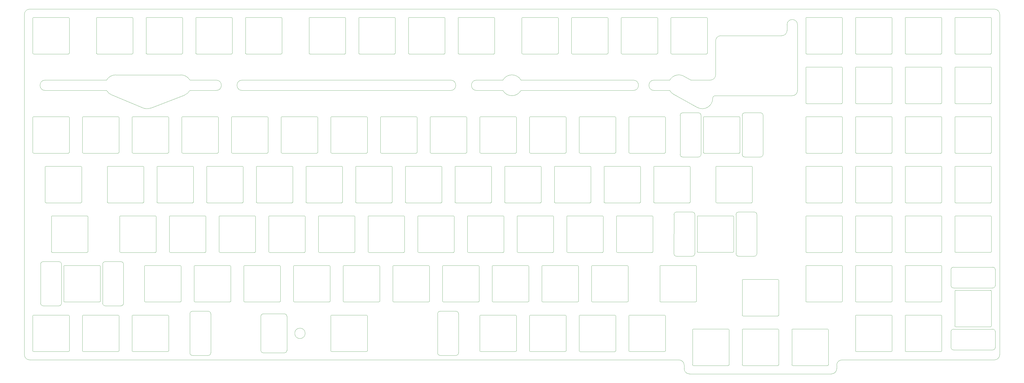
<source format=gbr>
G04 #@! TF.GenerationSoftware,KiCad,Pcbnew,(5.99.0-7511-ga134567838)*
G04 #@! TF.CreationDate,2021-01-07T19:50:22-08:00*
G04 #@! TF.ProjectId,gh80-1800_Plate,67683830-2d31-4383-9030-5f506c617465,rev?*
G04 #@! TF.SameCoordinates,Original*
G04 #@! TF.FileFunction,Profile,NP*
%FSLAX46Y46*%
G04 Gerber Fmt 4.6, Leading zero omitted, Abs format (unit mm)*
G04 Created by KiCad (PCBNEW (5.99.0-7511-ga134567838)) date 2021-01-07 19:50:22*
%MOMM*%
%LPD*%
G01*
G04 APERTURE LIST*
G04 #@! TA.AperFunction,Profile*
%ADD10C,0.000309*%
G04 #@! TD*
G04 APERTURE END LIST*
D10*
X370152956Y-92424727D02*
G75*
G02*
X369852957Y-92724726I-299999J0D01*
G01*
X154338888Y-97775366D02*
X140939365Y-97775366D01*
X28134515Y-97774466D02*
X14734992Y-97774466D01*
X78740739Y-2526556D02*
X65341216Y-2526556D01*
X202851491Y-73676215D02*
G75*
G02*
X202551491Y-73376215I0J300000D01*
G01*
X9672477Y-79026203D02*
X9672477Y-92426176D01*
X130526435Y-40626280D02*
X117126912Y-40626280D01*
X370651505Y-98401281D02*
G75*
G02*
X371651503Y-99401279I0J-999998D01*
G01*
X356152435Y-107600621D02*
G75*
G02*
X356452434Y-107300622I299999J0D01*
G01*
X230838485Y-111475339D02*
X230838485Y-98075365D01*
X273402837Y-40626585D02*
G75*
G02*
X273702836Y-40926584I0J-299999D01*
G01*
X370651505Y-98401281D02*
X355653335Y-98398531D01*
X240063166Y-78726203D02*
G75*
G02*
X240363166Y-79026203I0J-300000D01*
G01*
X332053032Y-111475339D02*
X332053032Y-98075365D01*
X274603590Y-40125931D02*
G75*
G02*
X275603588Y-39125933I999998J0D01*
G01*
X47764617Y-37309869D02*
X60764591Y-32309879D01*
X1328794Y-134024432D02*
G75*
G02*
X-671201Y-132024437I0J1999995D01*
G01*
X254652637Y-73376215D02*
G75*
G02*
X254352638Y-73676214I-299999J0D01*
G01*
X159991327Y-111775339D02*
G75*
G02*
X159691327Y-111475339I0J300000D01*
G01*
X247215652Y-2826556D02*
X247215652Y-16226529D01*
X130826435Y-54326253D02*
X130826435Y-40926280D01*
X160303376Y-2526557D02*
G75*
G02*
X160603375Y-2826556I0J-299999D01*
G01*
X112064722Y-79026203D02*
X112064722Y-92426177D01*
X371651503Y-105401283D02*
X371651503Y-99401279D01*
X154927986Y-40926280D02*
G75*
G02*
X155227986Y-40626280I300000J0D01*
G01*
X231428133Y-130825360D02*
X244827657Y-130825360D01*
X254340638Y-139388303D02*
X308840529Y-139388303D01*
X243334660Y-111775338D02*
X256734183Y-111775338D01*
X141553413Y-16226529D02*
G75*
G02*
X141253414Y-16526528I-299999J0D01*
G01*
X150466346Y-92726176D02*
X163865869Y-92726176D01*
X216551013Y-73376215D02*
X216551013Y-59976242D01*
X140639366Y-98075365D02*
G75*
G02*
X140939365Y-97775366I299999J0D01*
G01*
X97490701Y-111475339D02*
G75*
G02*
X97190702Y-111775338I-299999J0D01*
G01*
X2828791Y-54626252D02*
X16228314Y-54626252D01*
X354653337Y-123199482D02*
X354653337Y-129199486D01*
X370152406Y-121000145D02*
G75*
G02*
X369852407Y-121300144I-299999J0D01*
G01*
X299003549Y-79026203D02*
G75*
G02*
X299303548Y-78726204I299999J0D01*
G01*
X274890597Y-117138577D02*
X288290120Y-117138577D01*
X337403472Y-111775339D02*
G75*
G02*
X337103472Y-111475339I0J300000D01*
G01*
X312703071Y-59676242D02*
X299303548Y-59676242D01*
X116540663Y-111475339D02*
G75*
G02*
X116240664Y-111775338I-299999J0D01*
G01*
X337403472Y-92726177D02*
G75*
G02*
X337103472Y-92426177I0J300000D01*
G01*
X183502930Y-59976242D02*
X183502930Y-73376215D01*
X62804363Y-116326749D02*
X62801613Y-131324919D01*
X7291291Y-59976242D02*
G75*
G02*
X7591291Y-59676242I300000J0D01*
G01*
X116826913Y-117124697D02*
G75*
G02*
X117126912Y-116824698I299999J0D01*
G01*
X182914981Y-78726204D02*
X169515457Y-78726204D01*
X130826434Y-130524671D02*
G75*
G02*
X130526435Y-130824670I-299999J0D01*
G01*
X117126912Y-54626252D02*
X130526435Y-54626252D01*
X97777251Y-40926280D02*
X97777251Y-54326253D01*
X155227986Y-54626252D02*
G75*
G02*
X154927987Y-54326253I0J299999D01*
G01*
X355653335Y-130199484D02*
X370651505Y-130202234D01*
X2528791Y-40926280D02*
X2528791Y-54326253D01*
X248348078Y-32073126D02*
X257348060Y-37073116D01*
X2828791Y-130825360D02*
G75*
G02*
X2528792Y-130525361I0J299999D01*
G01*
X40628792Y-117125387D02*
X40628792Y-130525361D01*
X69503707Y-73676214D02*
X82903231Y-73676214D01*
X35278326Y-40626281D02*
G75*
G02*
X35578325Y-40926280I0J-299999D01*
G01*
X40928791Y-130825360D02*
G75*
G02*
X40628792Y-130525361I0J299999D01*
G01*
X337103472Y-40926280D02*
X337103472Y-54326253D01*
X318353510Y-92726176D02*
X331753033Y-92726176D01*
X228165690Y-2826556D02*
G75*
G02*
X228465690Y-2526556I300000J0D01*
G01*
X258799887Y-55124101D02*
G75*
G02*
X257799889Y-56124099I-999998J0D01*
G01*
X127553891Y-2826556D02*
X127553891Y-16226529D01*
X78728688Y-40926280D02*
G75*
G02*
X79028688Y-40626280I300000J0D01*
G01*
X172759931Y-26576508D02*
X182826679Y-26576508D01*
X169215458Y-79026203D02*
X169215458Y-92426177D01*
X351102994Y-54326253D02*
X351102994Y-40926280D01*
X159403378Y-73376215D02*
X159403378Y-59976242D01*
X111776773Y-54326253D02*
X111776773Y-40926280D01*
X332053032Y-16226529D02*
G75*
G02*
X331753033Y-16526528I-299999J0D01*
G01*
X356454434Y-54626253D02*
G75*
G02*
X356154434Y-54326253I0J300000D01*
G01*
X312703071Y-59676243D02*
G75*
G02*
X313003070Y-59976242I0J-299999D01*
G01*
X82903231Y-59676242D02*
X69503707Y-59676242D01*
X45391256Y-98075365D02*
X45391256Y-111475339D01*
X146603853Y-2826556D02*
X146603853Y-16226529D01*
X97777250Y-40926280D02*
G75*
G02*
X98077250Y-40626280I300000J0D01*
G01*
X73378250Y-40626281D02*
G75*
G02*
X73678249Y-40926280I0J-299999D01*
G01*
X190065766Y-2826556D02*
G75*
G02*
X190365766Y-2526556I300000J0D01*
G01*
X255540635Y-122488577D02*
G75*
G02*
X255840635Y-122188577I300000J0D01*
G01*
X244827657Y-40626280D02*
X231428134Y-40626280D01*
X230538485Y-97775365D02*
G75*
G02*
X230838485Y-98075365I0J-300000D01*
G01*
X197790401Y-98075365D02*
X197790401Y-111475339D01*
X350802995Y-59676243D02*
G75*
G02*
X351102994Y-59976242I0J-299999D01*
G01*
X257802639Y-39125933D02*
X251802635Y-39125933D01*
X207313982Y-79026203D02*
X207313982Y-92426177D01*
X310840525Y-137388307D02*
X310838314Y-136031553D01*
X63801611Y-132324917D02*
X69801615Y-132324917D01*
X299303548Y-92726177D02*
G75*
G02*
X299003548Y-92426177I0J300000D01*
G01*
X145113906Y-92426177D02*
G75*
G02*
X144813907Y-92726176I-299999J0D01*
G01*
X190365766Y-16526529D02*
G75*
G02*
X190065766Y-16226529I0J300000D01*
G01*
X275600838Y-56124099D02*
G75*
G02*
X274600840Y-55124101I0J999998D01*
G01*
X173690849Y-111475339D02*
X173690849Y-98075365D01*
X83203230Y-73376215D02*
X83203230Y-59976242D01*
X197502451Y-73376215D02*
G75*
G02*
X197202452Y-73676214I-299999J0D01*
G01*
X355653335Y-106398531D02*
G75*
G02*
X354653337Y-105398533I0J999998D01*
G01*
X337403472Y-35576491D02*
G75*
G02*
X337103472Y-35276491I0J300000D01*
G01*
X126651893Y-73676214D02*
G75*
G02*
X126351894Y-73376215I0J299999D01*
G01*
X248422892Y-78226405D02*
G75*
G02*
X249422890Y-77226407I999998J0D01*
G01*
X240363165Y-92426177D02*
G75*
G02*
X240063166Y-92726176I-299999J0D01*
G01*
X111476774Y-40626281D02*
G75*
G02*
X111776773Y-40926280I0J-299999D01*
G01*
X35577836Y-130525361D02*
X35577836Y-117125387D01*
X165800223Y-131324919D02*
G75*
G02*
X164800225Y-132324917I-999998J0D01*
G01*
X293640559Y-122488577D02*
G75*
G02*
X293940559Y-122188577I300000J0D01*
G01*
X273702836Y-54326557D02*
G75*
G02*
X273402837Y-54626556I-299999J0D01*
G01*
X7591291Y-73676214D02*
G75*
G02*
X7291292Y-73376215I0J299999D01*
G01*
X332053032Y-35276491D02*
G75*
G02*
X331753033Y-35576490I-299999J0D01*
G01*
X211789923Y-111475339D02*
G75*
G02*
X211489924Y-111775338I-299999J0D01*
G01*
X331753033Y-40626280D02*
X318353510Y-40626280D01*
X188265420Y-79026203D02*
G75*
G02*
X188565419Y-78726204I299999J0D01*
G01*
X356453434Y-92724726D02*
X369852957Y-92724726D01*
X256734183Y-97775366D02*
X243334660Y-97775366D01*
X356154434Y-2826556D02*
G75*
G02*
X356454434Y-2526556I300000J0D01*
G01*
X206726033Y-40626280D02*
X193326510Y-40626280D01*
X164165868Y-92426177D02*
G75*
G02*
X163865869Y-92726176I-299999J0D01*
G01*
X102541142Y-98075365D02*
G75*
G02*
X102841141Y-97775366I299999J0D01*
G01*
X274603590Y-40125931D02*
X274600840Y-55124101D01*
X91003390Y-131325359D02*
G75*
G02*
X90003392Y-130325361I0J999998D01*
G01*
X313003070Y-92426177D02*
G75*
G02*
X312703071Y-92726176I-299999J0D01*
G01*
X351102994Y-73376215D02*
G75*
G02*
X350802995Y-73676214I-299999J0D01*
G01*
X159103378Y-59676242D02*
X145703855Y-59676242D01*
X231128134Y-40926280D02*
G75*
G02*
X231428134Y-40626280I300000J0D01*
G01*
X291790563Y-7526546D02*
G75*
G02*
X289790567Y-9526542I-1999996J0D01*
G01*
X369853957Y-2526556D02*
X356454434Y-2526556D01*
X249420140Y-94224573D02*
X255420144Y-94224573D01*
X351102994Y-92426177D02*
X351102994Y-79026203D01*
X16228314Y-2526556D02*
X2828791Y-2526556D01*
X313003070Y-111475339D02*
X313003070Y-98075365D01*
X69804365Y-115326751D02*
G75*
G02*
X70804363Y-116326749I0J-999998D01*
G01*
X371343029Y673437D02*
G75*
G02*
X373343025Y-1326559I0J-1999996D01*
G01*
X173977949Y-40926280D02*
X173977949Y-54326253D01*
X202851491Y-73676214D02*
X216251014Y-73676214D01*
X246826551Y-30576500D02*
X240826563Y-30576500D01*
X299303548Y-35576491D02*
G75*
G02*
X299003548Y-35276491I0J300000D01*
G01*
X107015682Y-92426177D02*
X107015682Y-79026203D01*
X165800223Y-131324919D02*
X165802973Y-116326749D01*
X49565797Y-78726203D02*
G75*
G02*
X49865797Y-79026203I0J-300000D01*
G01*
X288290120Y-122188578D02*
G75*
G02*
X288590119Y-122488577I0J-299999D01*
G01*
X299303548Y-73676214D02*
X312703071Y-73676214D01*
X130526435Y-116824698D02*
G75*
G02*
X130826434Y-117124697I0J-299999D01*
G01*
X100003372Y-130325361D02*
G75*
G02*
X99003374Y-131325359I-999998J0D01*
G01*
X235600675Y-73376215D02*
X235600675Y-59976242D01*
X240826563Y-30576500D02*
G75*
G02*
X240826563Y-26576508I0J1999996D01*
G01*
X79028688Y-54626252D02*
G75*
G02*
X78728689Y-54326253I0J299999D01*
G01*
X59990777Y-16226529D02*
X59990777Y-2826556D01*
X216838963Y-98075365D02*
G75*
G02*
X217138962Y-97775366I299999J0D01*
G01*
X107302231Y-59976242D02*
G75*
G02*
X107602231Y-59676242I300000J0D01*
G01*
X209115728Y-2826556D02*
G75*
G02*
X209415728Y-2526556I300000J0D01*
G01*
X202551491Y-59976242D02*
G75*
G02*
X202851491Y-59676242I300000J0D01*
G01*
X201964943Y-78726204D02*
X188565419Y-78726204D01*
X257322232Y-79025503D02*
X257322232Y-92425477D01*
X141553413Y-16226529D02*
X141553413Y-2826556D01*
X245127656Y-130525361D02*
X245127656Y-117125387D01*
X26941292Y-2826556D02*
G75*
G02*
X27241292Y-2526556I300000J0D01*
G01*
X164802975Y-115326751D02*
G75*
G02*
X165802973Y-116326749I0J-999998D01*
G01*
X108803929Y-16526528D02*
X122203452Y-16526528D01*
X12556066Y-96275369D02*
X6556062Y-96275369D01*
X59690777Y-2526556D02*
G75*
G02*
X59990777Y-2826556I0J-300000D01*
G01*
X225775695Y-40626280D02*
X212376172Y-40626280D01*
X259703314Y-40926584D02*
G75*
G02*
X260003314Y-40626584I300000J0D01*
G01*
X351102994Y-54326253D02*
G75*
G02*
X350802995Y-54626252I-299999J0D01*
G01*
X331753033Y-78726204D02*
X318353510Y-78726204D01*
X197202452Y-59676242D02*
G75*
G02*
X197502452Y-59976242I0J-300000D01*
G01*
X178740439Y-98075365D02*
G75*
G02*
X179040438Y-97775366I299999J0D01*
G01*
X9972476Y-92726175D02*
X23372000Y-92726175D01*
X288290120Y-122188577D02*
X274890597Y-122188577D01*
X211789923Y-111475339D02*
X211789923Y-98075365D01*
X221313503Y-92426177D02*
G75*
G02*
X221013504Y-92726176I-299999J0D01*
G01*
X54916237Y-79026203D02*
G75*
G02*
X55216236Y-78726204I299999J0D01*
G01*
X370152255Y-73375765D02*
X370152255Y-59975791D01*
X26941293Y-2826556D02*
X26941293Y-16226529D01*
X157802973Y-116326749D02*
G75*
G02*
X158802971Y-115326751I999998J0D01*
G01*
X145703855Y-73676214D02*
X159103378Y-73676214D01*
X312703071Y-78726204D02*
X299303548Y-78726204D01*
X111776773Y-54326253D02*
G75*
G02*
X111476774Y-54626252I-299999J0D01*
G01*
X272223844Y-78226405D02*
G75*
G02*
X273223842Y-77226407I999998J0D01*
G01*
X248348078Y-32073126D02*
G75*
G02*
X246826551Y-30576500I1942568J3496622D01*
G01*
X310840525Y-137388307D02*
G75*
G02*
X308840529Y-139388303I-1999996J0D01*
G01*
X231128134Y-117125387D02*
G75*
G02*
X231428133Y-116825388I299999J0D01*
G01*
X212378313Y-130826530D02*
X225777836Y-130826530D01*
X271021754Y-78725504D02*
X257622231Y-78725504D01*
X313003070Y-16226529D02*
G75*
G02*
X312703071Y-16526528I-299999J0D01*
G01*
X263290620Y-33576494D02*
G75*
G02*
X257348060Y-37073116I-3999992J0D01*
G01*
X246826551Y-26576508D02*
G75*
G02*
X252233214Y-25079882I3464095J-1999996D01*
G01*
X337403472Y-92726176D02*
X350802995Y-92726176D01*
X127853891Y-16526529D02*
G75*
G02*
X127553891Y-16226529I0J300000D01*
G01*
X169515457Y-92726176D02*
G75*
G02*
X169215458Y-92426177I0J299999D01*
G01*
X299003548Y-2826556D02*
X299003548Y-16226529D01*
X369852256Y-59675792D02*
X356452733Y-59675792D01*
X318053511Y-117125387D02*
G75*
G02*
X318353510Y-116825388I299999J0D01*
G01*
X318053511Y-79026203D02*
G75*
G02*
X318353510Y-78726204I299999J0D01*
G01*
X369852407Y-107300622D02*
G75*
G02*
X370152406Y-107600621I0J-299999D01*
G01*
X45103306Y-73376215D02*
G75*
G02*
X44803307Y-73676214I-299999J0D01*
G01*
X356154434Y-40926280D02*
G75*
G02*
X356454434Y-40626280I300000J0D01*
G01*
X73966199Y-79026203D02*
G75*
G02*
X74266198Y-78726204I299999J0D01*
G01*
X59678727Y-40926280D02*
G75*
G02*
X59978727Y-40626280I300000J0D01*
G01*
X30333853Y-113273535D02*
G75*
G02*
X29333855Y-112273537I0J999998D01*
G01*
X337403472Y-16526529D02*
G75*
G02*
X337103472Y-16226529I0J300000D01*
G01*
X221013504Y-78726204D02*
X207613981Y-78726204D01*
X264764067Y-73676214D02*
G75*
G02*
X264464068Y-73376215I0J299999D01*
G01*
X154338888Y-97775366D02*
G75*
G02*
X154638887Y-98075365I0J-299999D01*
G01*
X91003390Y-116325389D02*
X99003374Y-116325389D01*
X221313504Y-92426177D02*
X221313504Y-79026203D01*
X299003548Y-2826556D02*
G75*
G02*
X299303548Y-2526556I300000J0D01*
G01*
X59978727Y-54626252D02*
X73378250Y-54626252D01*
X312703071Y-40626281D02*
G75*
G02*
X313003070Y-40926280I0J-299999D01*
G01*
X32790269Y-32268805D02*
X44790245Y-37268795D01*
X16528313Y-16226529D02*
G75*
G02*
X16228314Y-16526528I-299999J0D01*
G01*
X187678321Y-116824698D02*
X174278798Y-116824698D01*
X93316160Y-92726176D02*
X106715683Y-92726176D01*
X318053510Y-40926280D02*
X318053510Y-54326253D01*
X59690777Y-2526556D02*
X46291254Y-2526556D01*
X131114384Y-79026203D02*
X131114384Y-92426177D01*
X226075694Y-54326253D02*
G75*
G02*
X225775695Y-54626252I-299999J0D01*
G01*
X116826912Y-40926280D02*
G75*
G02*
X117126912Y-40626280I300000J0D01*
G01*
X247515651Y-16526528D02*
X260915175Y-16526528D01*
X369852957Y-78724754D02*
X356453434Y-78724754D01*
X240653115Y-59976242D02*
X240653115Y-73376215D01*
X116240664Y-97775366D02*
G75*
G02*
X116540663Y-98075365I0J-299999D01*
G01*
X256734183Y-97775366D02*
G75*
G02*
X257034182Y-98075365I0J-299999D01*
G01*
X21578803Y-40926280D02*
G75*
G02*
X21878803Y-40626280I300000J0D01*
G01*
X16228314Y-116825388D02*
X2828791Y-116825388D01*
X189754869Y-30576500D02*
G75*
G02*
X182826679Y-30576500I-3464095J1999996D01*
G01*
X107602231Y-73676214D02*
X121001755Y-73676214D01*
X254652637Y-73376215D02*
X254652637Y-59976242D01*
X261215174Y-16226529D02*
X261215174Y-2826556D01*
X318053510Y-117125387D02*
X318053510Y-130525360D01*
X14434993Y-98074465D02*
X14434993Y-111474439D01*
X78140740Y-97775365D02*
G75*
G02*
X78440740Y-98075365I0J-300000D01*
G01*
X131414384Y-92726176D02*
X144813907Y-92726176D01*
X269540157Y-135888550D02*
G75*
G02*
X269240158Y-136188549I-299999J0D01*
G01*
X35578325Y-54326253D02*
X35578325Y-40926280D01*
X332053032Y-92426177D02*
X332053032Y-79026203D01*
X163865869Y-78726204D02*
X150466346Y-78726204D01*
X63853269Y-59676243D02*
G75*
G02*
X64153268Y-59976242I0J-299999D01*
G01*
X64441218Y-98075365D02*
G75*
G02*
X64741217Y-97775366I299999J0D01*
G01*
X88253670Y-59976242D02*
X88253670Y-73376215D01*
X225777836Y-116826557D02*
G75*
G02*
X226077836Y-117126557I0J-300000D01*
G01*
X313003070Y-35276491D02*
X313003070Y-21876518D01*
X318353510Y-35576490D02*
X331753033Y-35576490D01*
X257622231Y-92725476D02*
G75*
G02*
X257322232Y-92425477I0J299999D01*
G01*
X331753033Y-21576519D02*
G75*
G02*
X332053032Y-21876518I0J-299999D01*
G01*
X6553312Y-113273535D02*
G75*
G02*
X5553314Y-112273537I0J999998D01*
G01*
X356454434Y-35576491D02*
G75*
G02*
X356154434Y-35276491I0J300000D01*
G01*
X144813907Y-78726204D02*
X131414384Y-78726204D01*
X240063166Y-78726204D02*
X226663643Y-78726204D01*
X127853891Y-16526528D02*
X141253414Y-16526528D01*
X122203452Y-2526557D02*
G75*
G02*
X122503451Y-2826556I0J-299999D01*
G01*
X28134515Y-97774465D02*
G75*
G02*
X28434515Y-98074465I0J-300000D01*
G01*
X240363166Y-92426177D02*
X240363166Y-79026203D01*
X251799885Y-56124099D02*
X257799889Y-56124099D01*
X271321754Y-92425477D02*
X271321754Y-79025503D01*
X116240664Y-97775366D02*
X102841141Y-97775366D01*
X207026032Y-54326253D02*
G75*
G02*
X206726033Y-54626252I-299999J0D01*
G01*
X79040738Y-16226529D02*
X79040738Y-2826556D01*
X245127656Y-54326253D02*
G75*
G02*
X244827657Y-54626252I-299999J0D01*
G01*
X21578803Y-40926280D02*
X21578803Y-54326253D01*
X212078314Y-117126557D02*
X212078314Y-130526531D01*
X356452434Y-121300144D02*
X369852407Y-121300144D01*
X36336607Y-96275369D02*
G75*
G02*
X37336605Y-97275367I0J-999998D01*
G01*
X107602231Y-73676214D02*
G75*
G02*
X107302232Y-73376215I0J299999D01*
G01*
X299003548Y-79026203D02*
X299003548Y-92426177D01*
X356454434Y-54626252D02*
X369853957Y-54626252D01*
X313003070Y-73376215D02*
X313003070Y-59976242D01*
X354653337Y-99398529D02*
X354653337Y-105398533D01*
X55216236Y-92726176D02*
X68615759Y-92726176D01*
X293940559Y-136188549D02*
X307340082Y-136188549D01*
X206728283Y-116825387D02*
G75*
G02*
X207028283Y-117125387I0J-300000D01*
G01*
X331753033Y-40626281D02*
G75*
G02*
X332053032Y-40926280I0J-299999D01*
G01*
X164452968Y-59976242D02*
X164452968Y-73376215D01*
X351102994Y-130525360D02*
X351102994Y-117125387D01*
X216551013Y-73376215D02*
G75*
G02*
X216251014Y-73676214I-299999J0D01*
G01*
X299003549Y-98075365D02*
G75*
G02*
X299303548Y-97775366I299999J0D01*
G01*
X45103306Y-73376215D02*
X45103306Y-59976242D01*
X87665721Y-78726203D02*
G75*
G02*
X87965721Y-79026203I0J-300000D01*
G01*
X350802995Y-116825388D02*
G75*
G02*
X351102994Y-117125387I0J-299999D01*
G01*
X291790563Y-7526546D02*
X291790563Y-5326551D01*
X135589225Y-111475339D02*
X135589225Y-98075365D01*
X68615759Y-78726204D02*
X55216236Y-78726204D01*
X202264942Y-92426177D02*
G75*
G02*
X201964943Y-92726176I-299999J0D01*
G01*
X252233214Y-25079882D02*
X254927141Y-26576508D01*
X64741217Y-111775338D02*
X78140740Y-111775338D01*
X274890597Y-136188549D02*
X288290120Y-136188549D01*
X313003070Y-35276491D02*
G75*
G02*
X312703071Y-35576490I-299999J0D01*
G01*
X102841141Y-111775339D02*
G75*
G02*
X102541141Y-111475339I0J300000D01*
G01*
X93016161Y-79026203D02*
G75*
G02*
X93316160Y-78726204I299999J0D01*
G01*
X2828791Y-16526529D02*
G75*
G02*
X2528791Y-16226529I0J300000D01*
G01*
X351102994Y-35276491D02*
X351102994Y-21876518D01*
X356452434Y-121300145D02*
G75*
G02*
X356152434Y-121000145I0J300000D01*
G01*
X313003070Y-54326253D02*
G75*
G02*
X312703071Y-54626252I-299999J0D01*
G01*
X47764618Y-37309870D02*
G75*
G02*
X44790245Y-37268795I-1435914J3733376D01*
G01*
X46291254Y-16526528D02*
G75*
G02*
X45991255Y-16226529I0J299999D01*
G01*
X299303548Y-111775339D02*
G75*
G02*
X299003548Y-111475339I0J300000D01*
G01*
X87965720Y-92426177D02*
G75*
G02*
X87665721Y-92726176I-299999J0D01*
G01*
X150166346Y-79026203D02*
X150166346Y-92426177D01*
X84091178Y-2826556D02*
X84091178Y-16226529D01*
X13553314Y-112273537D02*
G75*
G02*
X12553316Y-113273535I-999998J0D01*
G01*
X278463589Y-73376215D02*
G75*
G02*
X278163590Y-73676214I-299999J0D01*
G01*
X158800221Y-132324917D02*
G75*
G02*
X157800223Y-131324919I0J999998D01*
G01*
X257034182Y-111475339D02*
G75*
G02*
X256734183Y-111775338I-299999J0D01*
G01*
X145703855Y-73676214D02*
G75*
G02*
X145403856Y-73376215I0J299999D01*
G01*
X16528313Y-54326253D02*
G75*
G02*
X16228314Y-54626252I-299999J0D01*
G01*
X84391178Y-16526529D02*
G75*
G02*
X84091178Y-16226529I0J300000D01*
G01*
X116826912Y-117124697D02*
X116826912Y-130524671D01*
X288590119Y-116838578D02*
X288590119Y-103438605D01*
X160303376Y-2526556D02*
X146903853Y-2526556D01*
X7291292Y-59976242D02*
X7291292Y-73376215D01*
X126351893Y-59976242D02*
G75*
G02*
X126651893Y-59676242I300000J0D01*
G01*
X351102994Y-73376215D02*
X351102994Y-59976242D01*
X231428133Y-130825360D02*
G75*
G02*
X231128134Y-130525361I0J299999D01*
G01*
X28434514Y-111474439D02*
G75*
G02*
X28134515Y-111774438I-299999J0D01*
G01*
X257034182Y-111475339D02*
X257034182Y-98075365D01*
X182826679Y-26576508D02*
G75*
G02*
X189754869Y-26576508I3464095J-1999996D01*
G01*
X16228314Y-40626281D02*
G75*
G02*
X16528313Y-40926280I0J-299999D01*
G01*
X332053032Y-35276491D02*
X332053032Y-21876518D01*
X178452489Y-73376215D02*
G75*
G02*
X178152490Y-73676214I-299999J0D01*
G01*
X356152733Y-59975791D02*
X356152733Y-73375765D01*
X337103472Y-21876518D02*
X337103472Y-35276491D01*
X318053510Y-79026203D02*
X318053510Y-92426177D01*
X244827657Y-116825388D02*
X231428133Y-116825388D01*
X209415728Y-16526529D02*
G75*
G02*
X209115728Y-16226529I0J300000D01*
G01*
X293940559Y-136188550D02*
G75*
G02*
X293640559Y-135888550I0J300000D01*
G01*
X370153956Y-35276491D02*
G75*
G02*
X369853957Y-35576490I-299999J0D01*
G01*
X73678249Y-54326253D02*
X73678249Y-40926280D01*
X241865213Y-2526556D02*
X228465690Y-2526556D01*
X135878874Y-40926280D02*
G75*
G02*
X136178874Y-40626280I300000J0D01*
G01*
X350802995Y-2526557D02*
G75*
G02*
X351102994Y-2826556I0J-299999D01*
G01*
X307640081Y-135888550D02*
G75*
G02*
X307340082Y-136188549I-299999J0D01*
G01*
X121001755Y-59676243D02*
G75*
G02*
X121301754Y-59976242I0J-299999D01*
G01*
X97190702Y-97775366D02*
X83791179Y-97775366D01*
X192739961Y-111475339D02*
X192739961Y-98075365D01*
X20990815Y-59676243D02*
G75*
G02*
X21290814Y-59976242I0J-299999D01*
G01*
X31103784Y-59976242D02*
G75*
G02*
X31403784Y-59676242I300000J0D01*
G01*
X7591291Y-73676214D02*
X20990815Y-73676214D01*
X355653335Y-130199484D02*
G75*
G02*
X354653337Y-129199486I0J999998D01*
G01*
X21578314Y-117125387D02*
G75*
G02*
X21878313Y-116825388I299999J0D01*
G01*
X9972476Y-92726175D02*
G75*
G02*
X9672477Y-92426176I0J299999D01*
G01*
X93016160Y-79026203D02*
X93016160Y-92426177D01*
X112364722Y-92726176D02*
X125764245Y-92726176D01*
X127553891Y-2826556D02*
G75*
G02*
X127853891Y-2526556I300000J0D01*
G01*
X162759951Y-26576508D02*
G75*
G02*
X162759951Y-30576500I0J-1999996D01*
G01*
X9672476Y-79026203D02*
G75*
G02*
X9972476Y-78726203I300000J0D01*
G01*
X70801613Y-131324919D02*
X70804363Y-116326749D01*
X190065766Y-2826556D02*
X190065766Y-16226529D01*
X65041216Y-2826556D02*
X65041216Y-16226529D01*
X369853957Y-40626281D02*
G75*
G02*
X370153956Y-40926280I0J-299999D01*
G01*
X263290620Y-33576494D02*
G75*
G02*
X264290618Y-32576496I999998J0D01*
G01*
X223115250Y-16226529D02*
G75*
G02*
X222815251Y-16526528I-299999J0D01*
G01*
X255840635Y-136188549D02*
X269240158Y-136188549D01*
X173390850Y-97775366D02*
G75*
G02*
X173690849Y-98075365I0J-299999D01*
G01*
X73678249Y-54326253D02*
G75*
G02*
X73378250Y-54626252I-299999J0D01*
G01*
X356154434Y-21876518D02*
G75*
G02*
X356454434Y-21576518I300000J0D01*
G01*
X126351894Y-59976242D02*
X126351894Y-73376215D01*
X135878875Y-40926280D02*
X135878875Y-54326253D01*
X187977470Y-54326253D02*
G75*
G02*
X187677471Y-54626252I-299999J0D01*
G01*
X225777836Y-116826558D02*
X212378313Y-116826558D01*
X59090778Y-97775365D02*
G75*
G02*
X59390778Y-98075365I0J-300000D01*
G01*
X112364722Y-92726177D02*
G75*
G02*
X112064722Y-92426177I0J300000D01*
G01*
X99003374Y-116325389D02*
G75*
G02*
X100003372Y-117325387I0J-999998D01*
G01*
X299003548Y-59976242D02*
X299003548Y-73376215D01*
X370152406Y-121000145D02*
X370152406Y-107600621D01*
X107003358Y-123821314D02*
G75*
G03*
X107003358Y-123821314I-1999996J0D01*
G01*
X244827657Y-116825388D02*
G75*
G02*
X245127656Y-117125387I0J-299999D01*
G01*
X370153956Y-35276491D02*
X370153956Y-21876518D01*
X36166274Y-92726176D02*
G75*
G02*
X35866275Y-92426177I0J299999D01*
G01*
X318353510Y-73676214D02*
X331753033Y-73676214D01*
X269540157Y-135888550D02*
X269540157Y-122488577D01*
X35866275Y-79026203D02*
G75*
G02*
X36166274Y-78726204I299999J0D01*
G01*
X72859521Y-26576508D02*
G75*
G02*
X72859521Y-30576500I0J-1999996D01*
G01*
X337103472Y-117125387D02*
X337103472Y-130525360D01*
X248422892Y-78226405D02*
X248420142Y-93224575D01*
X337103472Y-40926280D02*
G75*
G02*
X337403472Y-40626280I300000J0D01*
G01*
X72859521Y-30576500D02*
X62792773Y-30576500D01*
X280221094Y-93224575D02*
X280223844Y-78226405D01*
X222815251Y-2526556D02*
X209415728Y-2526556D01*
X21578314Y-117125387D02*
X21578314Y-130525361D01*
X278163590Y-59676242D02*
X264764067Y-59676242D01*
X97790701Y-2526556D02*
X84391178Y-2526556D01*
X78740739Y-2526557D02*
G75*
G02*
X79040738Y-2826556I0J-299999D01*
G01*
X370152956Y-92424727D02*
X370152956Y-79024753D01*
X242165212Y-16226529D02*
X242165212Y-2826556D01*
X278463590Y-73376215D02*
X278463590Y-59976242D01*
X178152490Y-59676242D02*
G75*
G02*
X178452490Y-59976242I0J-300000D01*
G01*
X269240158Y-122188578D02*
G75*
G02*
X269540157Y-122488577I0J-299999D01*
G01*
X351102994Y-111475339D02*
X351102994Y-98075365D01*
X159991327Y-111775338D02*
X173390850Y-111775338D01*
X146603853Y-2826556D02*
G75*
G02*
X146903853Y-2526556I300000J0D01*
G01*
X14734992Y-111774438D02*
X28134515Y-111774438D01*
X73378250Y-40626280D02*
X59978727Y-40626280D01*
X146903853Y-16526528D02*
X160303376Y-16526528D01*
X221013504Y-78726203D02*
G75*
G02*
X221313504Y-79026203I0J-300000D01*
G01*
X2828791Y-54626253D02*
G75*
G02*
X2528791Y-54326253I0J300000D01*
G01*
X37333855Y-112273537D02*
G75*
G02*
X36333857Y-113273535I-999998J0D01*
G01*
X87965721Y-92426177D02*
X87965721Y-79026203D01*
X174278798Y-130824670D02*
X187678321Y-130824670D01*
X221901153Y-73676215D02*
G75*
G02*
X221601153Y-73376215I0J300000D01*
G01*
X254352638Y-59676243D02*
G75*
G02*
X254652637Y-59976242I0J-299999D01*
G01*
X288290120Y-103138606D02*
G75*
G02*
X288590119Y-103438605I0J-299999D01*
G01*
X318353510Y-92726177D02*
G75*
G02*
X318053510Y-92426177I0J300000D01*
G01*
X231128134Y-117125387D02*
X231128134Y-130525361D01*
X16528313Y-54326253D02*
X16528313Y-40926280D01*
X279223846Y-77226407D02*
G75*
G02*
X280223844Y-78226405I0J-999998D01*
G01*
X299303548Y-35576490D02*
X312703071Y-35576490D01*
X337103473Y-79026203D02*
G75*
G02*
X337403472Y-78726204I299999J0D01*
G01*
X45991254Y-2826556D02*
G75*
G02*
X46291254Y-2526556I300000J0D01*
G01*
X295798314Y-30581557D02*
G75*
G02*
X293798318Y-32581553I-1999996J0D01*
G01*
X40940814Y-16226529D02*
G75*
G02*
X40640815Y-16526528I-299999J0D01*
G01*
X126064244Y-92426177D02*
G75*
G02*
X125764245Y-92726176I-299999J0D01*
G01*
X288290120Y-103138605D02*
X274890597Y-103138605D01*
X102541141Y-98075365D02*
X102541141Y-111475339D01*
X78440740Y-111475339D02*
X78440740Y-98075365D01*
X182826679Y-30576500D02*
X172759931Y-30576500D01*
X350802995Y-21576518D02*
X337403472Y-21576518D01*
X250338314Y-134024433D02*
G75*
G02*
X252338310Y-136024429I0J-1999996D01*
G01*
X274590597Y-122488577D02*
G75*
G02*
X274890597Y-122188577I300000J0D01*
G01*
X149578397Y-40626280D02*
X136178874Y-40626280D01*
X264290618Y-32576496D02*
X293798318Y-32581553D01*
X226663643Y-92726176D02*
G75*
G02*
X226363644Y-92426177I0J299999D01*
G01*
X188565419Y-92726176D02*
G75*
G02*
X188265420Y-92426177I0J299999D01*
G01*
X318053510Y-2826556D02*
G75*
G02*
X318353510Y-2526556I300000J0D01*
G01*
X312703071Y-21576519D02*
G75*
G02*
X313003070Y-21876518I0J-299999D01*
G01*
X337103472Y-2826556D02*
X337103472Y-16226529D01*
X281603592Y-39125933D02*
X275603588Y-39125933D01*
X35866275Y-79026203D02*
X35866275Y-92426177D01*
X350802995Y-78726204D02*
G75*
G02*
X351102994Y-79026203I0J-299999D01*
G01*
X230838484Y-111475339D02*
G75*
G02*
X230538485Y-111775338I-299999J0D01*
G01*
X74266198Y-92726176D02*
G75*
G02*
X73966199Y-92426177I0J299999D01*
G01*
X211489924Y-97775366D02*
X198090400Y-97775366D01*
X331753033Y-116825388D02*
X318353510Y-116825388D01*
X59090778Y-97775366D02*
X45691255Y-97775366D01*
X370651505Y-122202234D02*
G75*
G02*
X371651503Y-123202232I0J-999998D01*
G01*
X251799885Y-56124099D02*
G75*
G02*
X250799887Y-55124101I0J999998D01*
G01*
X121301754Y-73376215D02*
X121301754Y-59976242D01*
X-671201Y-1326559D02*
G75*
G02*
X1328794Y673436I1999995J0D01*
G01*
X255840635Y-136188550D02*
G75*
G02*
X255540635Y-135888550I0J300000D01*
G01*
X36166274Y-92726176D02*
X49565797Y-92726176D01*
X164802975Y-115326751D02*
X158802971Y-115326751D01*
X337103473Y-117125387D02*
G75*
G02*
X337403472Y-116825388I299999J0D01*
G01*
X332053032Y-54326253D02*
X332053032Y-40926280D01*
X293640559Y-122488577D02*
X293640559Y-135888550D01*
X299003548Y-40926280D02*
X299003548Y-54326253D01*
X169515457Y-92726176D02*
X182914981Y-92726176D01*
X202264942Y-92426177D02*
X202264942Y-79026203D01*
X159403377Y-73376215D02*
G75*
G02*
X159103378Y-73676214I-299999J0D01*
G01*
X369852957Y-78724754D02*
G75*
G02*
X370152956Y-79024753I0J-299999D01*
G01*
X260003314Y-54626556D02*
X273402837Y-54626556D01*
X35578325Y-54326253D02*
G75*
G02*
X35278326Y-54626252I-299999J0D01*
G01*
X231128134Y-40926280D02*
X231128134Y-54326253D01*
X16528313Y-16226529D02*
X16528313Y-2826556D01*
X136178874Y-54626252D02*
X149578397Y-54626252D01*
X107302232Y-59976242D02*
X107302232Y-73376215D01*
X63801611Y-132324917D02*
G75*
G02*
X62801613Y-131324919I0J999998D01*
G01*
X14434993Y-98074465D02*
G75*
G02*
X14734992Y-97774466I299999J0D01*
G01*
X369853957Y-21576519D02*
G75*
G02*
X370153956Y-21876518I0J-299999D01*
G01*
X217138962Y-111775338D02*
X230538485Y-111775338D01*
X332053033Y-130525360D02*
G75*
G02*
X331753033Y-130825360I-300000J0D01*
G01*
X192739961Y-111475339D02*
G75*
G02*
X192439962Y-111775338I-299999J0D01*
G01*
X240653115Y-59976242D02*
G75*
G02*
X240953115Y-59676242I300000J0D01*
G01*
X97490702Y-111475339D02*
X97490702Y-98075365D01*
X40928765Y-54626253D02*
G75*
G02*
X40628765Y-54326253I0J300000D01*
G01*
X31403784Y-73676215D02*
G75*
G02*
X31103784Y-73376215I0J300000D01*
G01*
X207028282Y-130525361D02*
G75*
G02*
X206728283Y-130825360I-299999J0D01*
G01*
X193328760Y-130825360D02*
X206728283Y-130825360D01*
X206728283Y-116825388D02*
X193328760Y-116825388D01*
X187677471Y-40626280D02*
G75*
G02*
X187977471Y-40926280I0J-300000D01*
G01*
X225775695Y-40626281D02*
G75*
G02*
X226075694Y-40926280I0J-299999D01*
G01*
X212076172Y-40926280D02*
G75*
G02*
X212376172Y-40626280I300000J0D01*
G01*
X45691255Y-111775338D02*
X59090778Y-111775338D01*
X65341216Y-16526528D02*
X78740739Y-16526528D01*
X23372000Y-78726203D02*
X9972476Y-78726203D01*
X183502929Y-59976242D02*
G75*
G02*
X183802929Y-59676242I300000J0D01*
G01*
X126651893Y-73676214D02*
X140051416Y-73676214D01*
X40928765Y-54626252D02*
X54328288Y-54626252D01*
X318353510Y-35576491D02*
G75*
G02*
X318053510Y-35276491I0J300000D01*
G01*
X62792773Y-26576508D02*
X72859521Y-26576508D01*
X141253414Y-2526557D02*
G75*
G02*
X141553413Y-2826556I0J-299999D01*
G01*
X62804363Y-116326749D02*
G75*
G02*
X63804361Y-115326751I999998J0D01*
G01*
X188565419Y-92726176D02*
X201964943Y-92726176D01*
X102253192Y-73376215D02*
X102253192Y-59976242D01*
X92728211Y-54326253D02*
X92728211Y-40926280D01*
X370153956Y-16226529D02*
X370153956Y-2826556D01*
X101953193Y-59676242D02*
X88553669Y-59676242D01*
X212076172Y-40926280D02*
X212076172Y-54326253D01*
X40628765Y-40926280D02*
X40628765Y-54326253D01*
X159103378Y-59676242D02*
G75*
G02*
X159403378Y-59976242I0J-300000D01*
G01*
X140351416Y-73376215D02*
X140351416Y-59976242D01*
X164165868Y-92426177D02*
X164165868Y-79026203D01*
X356454434Y-16526528D02*
X369853957Y-16526528D01*
X312703071Y-78726204D02*
G75*
G02*
X313003070Y-79026203I0J-299999D01*
G01*
X68915758Y-92426177D02*
G75*
G02*
X68615759Y-92726176I-299999J0D01*
G01*
X217138962Y-111775338D02*
G75*
G02*
X216838963Y-111475339I0J299999D01*
G01*
X226077836Y-130526531D02*
X226077836Y-117126557D01*
X16528313Y-130525361D02*
G75*
G02*
X16228314Y-130825360I-299999J0D01*
G01*
X212078314Y-117126557D02*
G75*
G02*
X212378313Y-116826558I299999J0D01*
G01*
X157802973Y-116326749D02*
X157800223Y-131324919D01*
X90003392Y-117325387D02*
X90003392Y-130325361D01*
X264401555Y-11526538D02*
X264401555Y-24576512D01*
X256420142Y-93224575D02*
X256422892Y-78226405D01*
X337403472Y-111775338D02*
X350802995Y-111775338D01*
X264464068Y-59976242D02*
X264464068Y-73376215D01*
X154927987Y-40926280D02*
X154927987Y-54326253D01*
X98077250Y-54626252D02*
X111476774Y-54626252D01*
X135289226Y-97775366D02*
G75*
G02*
X135589225Y-98075365I0J-299999D01*
G01*
X178152490Y-59676242D02*
X164752967Y-59676242D01*
X264401555Y-24576512D02*
G75*
G02*
X262401559Y-26576508I-1999996J0D01*
G01*
X135289226Y-97775366D02*
X121889703Y-97775366D01*
X63853269Y-59676242D02*
X50453746Y-59676242D01*
X16228314Y-40626280D02*
X2828791Y-40626280D01*
X154638887Y-111475339D02*
X154638887Y-98075365D01*
X299303548Y-92726176D02*
X312703071Y-92726176D01*
X350802995Y-78726204D02*
X337403472Y-78726204D01*
X371651503Y-129202236D02*
G75*
G02*
X370651505Y-130202234I-999998J0D01*
G01*
X178452490Y-73376215D02*
X178452490Y-59976242D01*
X83491180Y-98075365D02*
X83491180Y-111475339D01*
X179353338Y-2526557D02*
G75*
G02*
X179653337Y-2826556I0J-299999D01*
G01*
X83203230Y-73376215D02*
G75*
G02*
X82903231Y-73676214I-299999J0D01*
G01*
X369853957Y-2526557D02*
G75*
G02*
X370153956Y-2826556I0J-299999D01*
G01*
X332053032Y-130525360D02*
X332053032Y-117125387D01*
X307340082Y-122188577D02*
X293940559Y-122188577D01*
X282600840Y-55124101D02*
G75*
G02*
X281600842Y-56124099I-999998J0D01*
G01*
X318353510Y-16526528D02*
X331753033Y-16526528D01*
X54628313Y-130525361D02*
G75*
G02*
X54328314Y-130825360I-299999J0D01*
G01*
X337103472Y-98075365D02*
X337103472Y-111475339D01*
X2528791Y-2826556D02*
G75*
G02*
X2828791Y-2526556I300000J0D01*
G01*
X116540663Y-111475339D02*
X116540663Y-98075365D01*
X55216236Y-92726176D02*
G75*
G02*
X54916237Y-92426177I0J299999D01*
G01*
X54628314Y-130525361D02*
X54628314Y-117125387D01*
X272223844Y-78226405D02*
X272221094Y-93224575D01*
X337103472Y-79026203D02*
X337103472Y-92426177D01*
X59390778Y-111475339D02*
X59390778Y-98075365D01*
X50453746Y-73676214D02*
X63853269Y-73676214D01*
X231428134Y-54626252D02*
X244827657Y-54626252D01*
X279223846Y-77226407D02*
X273223842Y-77226407D01*
X271021754Y-78725503D02*
G75*
G02*
X271321754Y-79025503I0J-300000D01*
G01*
X356152734Y-59975791D02*
G75*
G02*
X356452733Y-59675792I299999J0D01*
G01*
X90003392Y-117325387D02*
G75*
G02*
X91003390Y-116325389I999998J0D01*
G01*
X73966199Y-79026203D02*
X73966199Y-92426177D01*
X370152255Y-73375765D02*
G75*
G02*
X369852256Y-73675764I-299999J0D01*
G01*
X226663643Y-92726176D02*
X240063166Y-92726176D01*
X179653337Y-16226529D02*
X179653337Y-2826556D01*
X356153434Y-79024753D02*
X356153434Y-92424727D01*
X-671201Y-1326559D02*
X-671201Y-132024437D01*
X209115728Y-2826556D02*
X209115728Y-16226529D01*
X350802995Y-97775366D02*
X337403472Y-97775366D01*
X187978321Y-130524670D02*
G75*
G02*
X187678321Y-130824670I-300000J0D01*
G01*
X78440739Y-111475339D02*
G75*
G02*
X78140740Y-111775338I-299999J0D01*
G01*
X14734992Y-111774438D02*
G75*
G02*
X14434993Y-111474439I0J299999D01*
G01*
X83791179Y-111775338D02*
X97190702Y-111775338D01*
X59390777Y-111475339D02*
G75*
G02*
X59090778Y-111775338I-299999J0D01*
G01*
X331753033Y-59676243D02*
G75*
G02*
X332053032Y-59976242I0J-299999D01*
G01*
X150466346Y-92726177D02*
G75*
G02*
X150166346Y-92426177I0J300000D01*
G01*
X261215174Y-16226529D02*
G75*
G02*
X260915175Y-16526528I-299999J0D01*
G01*
X169215458Y-79026203D02*
G75*
G02*
X169515457Y-78726204I299999J0D01*
G01*
X299003548Y-21876518D02*
G75*
G02*
X299303548Y-21576518I300000J0D01*
G01*
X318353510Y-73676215D02*
G75*
G02*
X318053510Y-73376215I0J300000D01*
G01*
X101953193Y-59676243D02*
G75*
G02*
X102253192Y-59976242I0J-299999D01*
G01*
X337403472Y-73676214D02*
X350802995Y-73676214D01*
X21878803Y-54626252D02*
X35278326Y-54626252D01*
X193326510Y-54626253D02*
G75*
G02*
X193026510Y-54326253I0J300000D01*
G01*
X188265420Y-79026203D02*
X188265420Y-92426177D01*
X121301754Y-73376215D02*
G75*
G02*
X121001755Y-73676214I-299999J0D01*
G01*
X235300676Y-59676243D02*
G75*
G02*
X235600675Y-59976242I0J-299999D01*
G01*
X273221092Y-94224573D02*
G75*
G02*
X272221094Y-93224575I0J999998D01*
G01*
X318353510Y-54626253D02*
G75*
G02*
X318053510Y-54326253I0J300000D01*
G01*
X252340642Y-137388307D02*
X252338310Y-136024429D01*
X21878803Y-54626253D02*
G75*
G02*
X21578803Y-54326253I0J300000D01*
G01*
X7328782Y-30576500D02*
X30864633Y-30576500D01*
X122503451Y-16226529D02*
G75*
G02*
X122203452Y-16526528I-299999J0D01*
G01*
X299303548Y-16526529D02*
G75*
G02*
X299003548Y-16226529I0J300000D01*
G01*
X198090400Y-111775338D02*
G75*
G02*
X197790401Y-111475339I0J299999D01*
G01*
X54916237Y-79026203D02*
X54916237Y-92426177D01*
X331753033Y-59676242D02*
X318353510Y-59676242D01*
X54328314Y-116825388D02*
X40928791Y-116825388D01*
X45391256Y-98075365D02*
G75*
G02*
X45691255Y-97775366I299999J0D01*
G01*
X258799887Y-55124101D02*
X258802637Y-40125931D01*
X332053032Y-92426177D02*
G75*
G02*
X331753033Y-92726176I-299999J0D01*
G01*
X254340638Y-139388303D02*
G75*
G02*
X252340642Y-137388307I0J1999996D01*
G01*
X280221094Y-93224575D02*
G75*
G02*
X279221096Y-94224573I-999998J0D01*
G01*
X313003070Y-111475339D02*
G75*
G02*
X312703071Y-111775338I-299999J0D01*
G01*
X2828791Y-16526528D02*
X16228314Y-16526528D01*
X165653815Y-2826556D02*
X165653815Y-16226529D01*
X369852256Y-59675792D02*
G75*
G02*
X370152255Y-59975791I0J-299999D01*
G01*
X31403784Y-73676214D02*
X44803307Y-73676214D01*
X46291254Y-16526528D02*
X59690777Y-16526528D01*
X264401555Y-11526538D02*
G75*
G02*
X266401551Y-9526542I1999996J0D01*
G01*
X164752967Y-73676214D02*
X178152490Y-73676214D01*
X2828791Y-130825360D02*
X16228314Y-130825360D01*
X40940815Y-16226529D02*
X40940815Y-2826556D01*
X274590597Y-122488577D02*
X274590597Y-135888550D01*
X23671999Y-92426176D02*
X23671999Y-79026203D01*
X207613981Y-92726176D02*
X221013504Y-92726176D01*
X30864633Y-26576508D02*
G75*
G02*
X34328728Y-24576512I3464095J-1999996D01*
G01*
X282600840Y-55124101D02*
X282603590Y-40125931D01*
X69203708Y-59976242D02*
X69203708Y-73376215D01*
X318353510Y-111775338D02*
X331753033Y-111775338D01*
X62792772Y-30576500D02*
G75*
G02*
X60764591Y-32309879I-3464094J1999996D01*
G01*
X356452733Y-73675765D02*
G75*
G02*
X356152733Y-73375765I0J300000D01*
G01*
X254352638Y-59676242D02*
X240953115Y-59676242D01*
X371651503Y-105401283D02*
G75*
G02*
X370651505Y-106401281I-999998J0D01*
G01*
X255540635Y-122488577D02*
X255540635Y-135888550D01*
X331753033Y-78726204D02*
G75*
G02*
X332053032Y-79026203I0J-299999D01*
G01*
X121589704Y-98075365D02*
G75*
G02*
X121889703Y-97775366I299999J0D01*
G01*
X312703071Y-97775366D02*
X299303548Y-97775366D01*
X27241292Y-16526528D02*
X40640815Y-16526528D01*
X59328678Y-24576512D02*
G75*
G02*
X62792773Y-26576508I0J-3999992D01*
G01*
X79040738Y-16226529D02*
G75*
G02*
X78740739Y-16526528I-299999J0D01*
G01*
X332053032Y-54326253D02*
G75*
G02*
X331753033Y-54626252I-299999J0D01*
G01*
X350802995Y-21576519D02*
G75*
G02*
X351102994Y-21876518I0J-299999D01*
G01*
X168927509Y-54326253D02*
X168927509Y-40926280D01*
X35577835Y-130525361D02*
G75*
G02*
X35277836Y-130825360I-299999J0D01*
G01*
X192439962Y-97775366D02*
X179040438Y-97775366D01*
X59978727Y-54626253D02*
G75*
G02*
X59678727Y-54326253I0J300000D01*
G01*
X64153268Y-73376215D02*
X64153268Y-59976242D01*
X140051416Y-59676242D02*
G75*
G02*
X140351416Y-59976242I0J-300000D01*
G01*
X30333853Y-113273535D02*
X36333857Y-113273535D01*
X146903853Y-16526529D02*
G75*
G02*
X146603853Y-16226529I0J300000D01*
G01*
X97790701Y-2526557D02*
G75*
G02*
X98090700Y-2826556I0J-299999D01*
G01*
X299303548Y-73676215D02*
G75*
G02*
X299003548Y-73376215I0J300000D01*
G01*
X2528791Y-40926280D02*
G75*
G02*
X2828791Y-40626280I300000J0D01*
G01*
X16528314Y-130525361D02*
X16528314Y-117125387D01*
X145113906Y-92426177D02*
X145113906Y-79026203D01*
X50153746Y-59976242D02*
G75*
G02*
X50453746Y-59676242I300000J0D01*
G01*
X21290814Y-73376215D02*
G75*
G02*
X20990815Y-73676214I-299999J0D01*
G01*
X331753033Y-116825388D02*
G75*
G02*
X332053032Y-117125387I0J-299999D01*
G01*
X21290814Y-73376215D02*
X21290814Y-59976242D01*
X356154434Y-21876518D02*
X356154434Y-35276491D01*
X117126912Y-130824670D02*
X130526435Y-130824670D01*
X207026032Y-54326253D02*
X207026032Y-40926280D01*
X232826579Y-30576500D02*
X189754869Y-30576500D01*
X226363644Y-79026203D02*
X226363644Y-92426177D01*
X312703071Y-97775366D02*
G75*
G02*
X313003070Y-98075365I0J-299999D01*
G01*
X351102994Y-35276491D02*
G75*
G02*
X350802995Y-35576490I-299999J0D01*
G01*
X299003548Y-59976242D02*
G75*
G02*
X299303548Y-59676242I300000J0D01*
G01*
X307640081Y-135888550D02*
X307640081Y-122488577D01*
X49865796Y-92426177D02*
G75*
G02*
X49565797Y-92726176I-299999J0D01*
G01*
X337103472Y-2826556D02*
G75*
G02*
X337403472Y-2526556I300000J0D01*
G01*
X337403472Y-16526528D02*
X350802995Y-16526528D01*
X351102994Y-92426177D02*
G75*
G02*
X350802995Y-92726176I-299999J0D01*
G01*
X221601153Y-59976242D02*
G75*
G02*
X221901153Y-59676242I300000J0D01*
G01*
X111476774Y-40626280D02*
X98077250Y-40626280D01*
X318053510Y-21876518D02*
X318053510Y-35276491D01*
X318053510Y-59976242D02*
G75*
G02*
X318353510Y-59676242I300000J0D01*
G01*
X91003390Y-131325359D02*
X99003374Y-131325359D01*
X68615759Y-78726203D02*
G75*
G02*
X68915759Y-79026203I0J-300000D01*
G01*
X82859501Y-30576500D02*
G75*
G02*
X82859501Y-26576508I0J1999996D01*
G01*
X350802995Y-40626281D02*
G75*
G02*
X351102994Y-40926280I0J-299999D01*
G01*
X228465690Y-16526528D02*
X241865213Y-16526528D01*
X281603592Y-39125933D02*
G75*
G02*
X282603590Y-40125931I0J-999998D01*
G01*
X59990776Y-16226529D02*
G75*
G02*
X59690777Y-16526528I-299999J0D01*
G01*
X337403472Y-130825360D02*
G75*
G02*
X337103472Y-130525360I0J300000D01*
G01*
X243034661Y-98075365D02*
G75*
G02*
X243334660Y-97775366I299999J0D01*
G01*
X159691328Y-98075365D02*
G75*
G02*
X159991327Y-97775366I299999J0D01*
G01*
X318353510Y-54626252D02*
X331753033Y-54626252D01*
X356154434Y-2826556D02*
X356154434Y-16226529D01*
X16228314Y-116825387D02*
G75*
G02*
X16528314Y-117125387I0J-300000D01*
G01*
X59678727Y-40926280D02*
X59678727Y-54326253D01*
X369853957Y-40626280D02*
X356454434Y-40626280D01*
X350802995Y-40626280D02*
X337403472Y-40626280D01*
X371343029Y673436D02*
X1328794Y673436D01*
X331753033Y-97775366D02*
X318353510Y-97775366D01*
X140939365Y-111775339D02*
G75*
G02*
X140639365Y-111475339I0J300000D01*
G01*
X29336605Y-97275367D02*
G75*
G02*
X30336603Y-96275369I999998J0D01*
G01*
X174278798Y-130824670D02*
G75*
G02*
X173978799Y-130524671I0J299999D01*
G01*
X83791179Y-111775338D02*
G75*
G02*
X83491180Y-111475339I0J299999D01*
G01*
X198090400Y-111775338D02*
X211489924Y-111775338D01*
X27241292Y-16526528D02*
G75*
G02*
X26941293Y-16226529I0J299999D01*
G01*
X356454434Y-35576490D02*
X369853957Y-35576490D01*
X373343025Y-132025817D02*
G75*
G02*
X371343029Y-134025813I-1999996J0D01*
G01*
X69203707Y-59976242D02*
G75*
G02*
X69503707Y-59676242I300000J0D01*
G01*
X37333855Y-112273537D02*
X37336605Y-97275367D01*
X140351415Y-73376215D02*
G75*
G02*
X140051416Y-73676214I-299999J0D01*
G01*
X68915759Y-92426177D02*
X68915759Y-79026203D01*
X337403472Y-35576490D02*
X350802995Y-35576490D01*
X337403472Y-73676215D02*
G75*
G02*
X337103472Y-73376215I0J300000D01*
G01*
X299303548Y-54626252D02*
X312703071Y-54626252D01*
X291790563Y-5326551D02*
G75*
G02*
X295790555Y-5326551I1999996J0D01*
G01*
X235300676Y-59676242D02*
X221901153Y-59676242D01*
X275600838Y-56124099D02*
X281600842Y-56124099D01*
X255422894Y-77226407D02*
X249422890Y-77226407D01*
X332053032Y-111475339D02*
G75*
G02*
X331753033Y-111775338I-299999J0D01*
G01*
X250338314Y-134024433D02*
X1328794Y-134024433D01*
X232826579Y-26576508D02*
G75*
G02*
X232826579Y-30576500I0J-1999996D01*
G01*
X318353510Y-130825360D02*
G75*
G02*
X318053510Y-130525360I0J300000D01*
G01*
X108503929Y-2826556D02*
X108503929Y-16226529D01*
X223115250Y-16226529D02*
X223115250Y-2826556D01*
X356152434Y-107600621D02*
X356152434Y-121000145D01*
X355653335Y-106398531D02*
X370651505Y-106401281D01*
X82859501Y-26576508D02*
X162759951Y-26576508D01*
X209415728Y-16526528D02*
X222815251Y-16526528D01*
X164752967Y-73676214D02*
G75*
G02*
X164452968Y-73376215I0J299999D01*
G01*
X112064723Y-79026203D02*
G75*
G02*
X112364722Y-78726204I299999J0D01*
G01*
X7328782Y-26576508D02*
X30864633Y-26576508D01*
X193026510Y-40926280D02*
G75*
G02*
X193326510Y-40626280I300000J0D01*
G01*
X356452733Y-73675764D02*
X369852256Y-73675764D01*
X245127656Y-130525361D02*
G75*
G02*
X244827657Y-130825360I-299999J0D01*
G01*
X240826563Y-26576508D02*
X246826551Y-26576508D01*
X235600675Y-73376215D02*
G75*
G02*
X235300676Y-73676214I-299999J0D01*
G01*
X172759931Y-30576500D02*
G75*
G02*
X172759931Y-26576508I0J1999996D01*
G01*
X216251014Y-59676242D02*
X202851491Y-59676242D01*
X206726033Y-40626281D02*
G75*
G02*
X207026032Y-40926280I0J-299999D01*
G01*
X125764245Y-78726204D02*
X112364722Y-78726204D01*
X193328760Y-130825360D02*
G75*
G02*
X193028761Y-130525361I0J299999D01*
G01*
X337103473Y-98075365D02*
G75*
G02*
X337403472Y-97775366I299999J0D01*
G01*
X273402837Y-40626584D02*
X260003314Y-40626584D01*
X140051416Y-59676242D02*
X126651893Y-59676242D01*
X174277948Y-54626252D02*
X187677471Y-54626252D01*
X249420140Y-94224573D02*
G75*
G02*
X248420142Y-93224575I0J999998D01*
G01*
X108503929Y-2826556D02*
G75*
G02*
X108803929Y-2526556I300000J0D01*
G01*
X189754869Y-26576508D02*
X232826579Y-26576508D01*
X84091178Y-2826556D02*
G75*
G02*
X84391178Y-2526556I300000J0D01*
G01*
X131414384Y-92726177D02*
G75*
G02*
X131114384Y-92426177I0J300000D01*
G01*
X140639365Y-98075365D02*
X140639365Y-111475339D01*
X183214980Y-92426177D02*
G75*
G02*
X182914981Y-92726176I-299999J0D01*
G01*
X318053510Y-2826556D02*
X318053510Y-16226529D01*
X21878313Y-130825360D02*
X35277836Y-130825360D01*
X313003070Y-54326253D02*
X313003070Y-40926280D01*
X318353510Y-130825360D02*
X331753033Y-130825360D01*
X135589225Y-111475339D02*
G75*
G02*
X135289226Y-111775338I-299999J0D01*
G01*
X121589703Y-98075365D02*
X121589703Y-111475339D01*
X207313982Y-79026203D02*
G75*
G02*
X207613981Y-78726204I299999J0D01*
G01*
X117126912Y-54626252D02*
G75*
G02*
X116826913Y-54326253I0J299999D01*
G01*
X318053510Y-40926280D02*
G75*
G02*
X318353510Y-40626280I300000J0D01*
G01*
X226077835Y-130526531D02*
G75*
G02*
X225777836Y-130826530I-299999J0D01*
G01*
X122203452Y-2526556D02*
X108803929Y-2526556D01*
X23671999Y-92426176D02*
G75*
G02*
X23372000Y-92726175I-299999J0D01*
G01*
X131114385Y-79026203D02*
G75*
G02*
X131414384Y-78726204I299999J0D01*
G01*
X312703071Y-40626280D02*
X299303548Y-40626280D01*
X65041216Y-2826556D02*
G75*
G02*
X65341216Y-2526556I300000J0D01*
G01*
X254927141Y-26576508D02*
X262401559Y-26576508D01*
X102841141Y-111775338D02*
X116240664Y-111775338D01*
X356154434Y-40926280D02*
X356154434Y-54326253D01*
X371651503Y-129202236D02*
X371651503Y-123202232D01*
X332053032Y-73376215D02*
G75*
G02*
X331753033Y-73676214I-299999J0D01*
G01*
X121889703Y-111775339D02*
G75*
G02*
X121589703Y-111475339I0J300000D01*
G01*
X87665721Y-78726204D02*
X74266198Y-78726204D01*
X179653337Y-16226529D02*
G75*
G02*
X179353338Y-16526528I-299999J0D01*
G01*
X354653337Y-123199482D02*
G75*
G02*
X355653335Y-122199484I999998J0D01*
G01*
X31103784Y-59976242D02*
X31103784Y-73376215D01*
X92728211Y-54326253D02*
G75*
G02*
X92428212Y-54626252I-299999J0D01*
G01*
X350802995Y-97775366D02*
G75*
G02*
X351102994Y-98075365I0J-299999D01*
G01*
X273221092Y-94224573D02*
X279221096Y-94224573D01*
X178740439Y-98075365D02*
X178740439Y-111475339D01*
X117126912Y-130824671D02*
G75*
G02*
X116826912Y-130524671I0J300000D01*
G01*
X264464067Y-59976242D02*
G75*
G02*
X264764067Y-59676242I300000J0D01*
G01*
X274590597Y-103438605D02*
X274590597Y-116838578D01*
X126064244Y-92426177D02*
X126064244Y-79026203D01*
X40640815Y-2526556D02*
X27241292Y-2526556D01*
X79028688Y-54626252D02*
X92428212Y-54626252D01*
X83491180Y-98075365D02*
G75*
G02*
X83791179Y-97775366I299999J0D01*
G01*
X122503451Y-16226529D02*
X122503451Y-2826556D01*
X313003070Y-16226529D02*
X313003070Y-2826556D01*
X197202452Y-59676242D02*
X183802929Y-59676242D01*
X40628765Y-40926280D02*
G75*
G02*
X40928765Y-40626280I300000J0D01*
G01*
X230538485Y-97775366D02*
X217138962Y-97775366D01*
X369852407Y-107300622D02*
X356452434Y-107300622D01*
X244827657Y-40626281D02*
G75*
G02*
X245127656Y-40926280I0J-299999D01*
G01*
X2528792Y-117125387D02*
G75*
G02*
X2828791Y-116825388I299999J0D01*
G01*
X288590119Y-116838578D02*
G75*
G02*
X288290120Y-117138577I-299999J0D01*
G01*
X187677471Y-40626280D02*
X174277948Y-40626280D01*
X351102994Y-16226529D02*
X351102994Y-2826556D01*
X150166347Y-79026203D02*
G75*
G02*
X150466346Y-78726204I299999J0D01*
G01*
X260915175Y-2526556D02*
X247515651Y-2526556D01*
X92428212Y-40626281D02*
G75*
G02*
X92728211Y-40926280I0J-299999D01*
G01*
X260003314Y-54626557D02*
G75*
G02*
X259703314Y-54326557I0J300000D01*
G01*
X350802995Y-2526556D02*
X337403472Y-2526556D01*
X165953815Y-16526528D02*
X179353338Y-16526528D01*
X201964943Y-78726204D02*
G75*
G02*
X202264942Y-79026203I0J-299999D01*
G01*
X332053032Y-16226529D02*
X332053032Y-2826556D01*
X106715683Y-78726204D02*
X93316160Y-78726204D01*
X257802639Y-39125933D02*
G75*
G02*
X258802637Y-40125931I0J-999998D01*
G01*
X32790269Y-32268804D02*
G75*
G02*
X30864633Y-30576500I1538459J3692300D01*
G01*
X20990815Y-59676242D02*
X7591291Y-59676242D01*
X312838310Y-134031557D02*
X371343029Y-134025813D01*
X29336605Y-97275367D02*
X29333855Y-112273537D01*
X350802995Y-59676242D02*
X337403472Y-59676242D01*
X212376172Y-54626252D02*
X225775695Y-54626252D01*
X226075694Y-54326253D02*
X226075694Y-40926280D01*
X228165690Y-2826556D02*
X228165690Y-16226529D01*
X65341216Y-16526529D02*
G75*
G02*
X65041216Y-16226529I0J300000D01*
G01*
X158800221Y-132324917D02*
X164800225Y-132324917D01*
X318353510Y-16526529D02*
G75*
G02*
X318053510Y-16226529I0J300000D01*
G01*
X212376172Y-54626253D02*
G75*
G02*
X212076172Y-54326253I0J300000D01*
G01*
X318053510Y-59976242D02*
X318053510Y-73376215D01*
X331753033Y-2526556D02*
X318353510Y-2526556D01*
X299003548Y-21876518D02*
X299003548Y-35276491D01*
X92428212Y-40626280D02*
X79028688Y-40626280D01*
X356453434Y-92724727D02*
G75*
G02*
X356153434Y-92424727I0J300000D01*
G01*
X312703071Y-2526557D02*
G75*
G02*
X313003070Y-2826556I0J-299999D01*
G01*
X331753033Y-2526557D02*
G75*
G02*
X332053032Y-2826556I0J-299999D01*
G01*
X204065288Y-16226529D02*
X204065288Y-2826556D01*
X351102994Y-16226529D02*
G75*
G02*
X350802995Y-16526528I-299999J0D01*
G01*
X278163590Y-59676242D02*
G75*
G02*
X278463590Y-59976242I0J-300000D01*
G01*
X130526435Y-40626280D02*
G75*
G02*
X130826435Y-40926280I0J-300000D01*
G01*
X271321753Y-92425477D02*
G75*
G02*
X271021754Y-92725476I-299999J0D01*
G01*
X70801613Y-131324919D02*
G75*
G02*
X69801615Y-132324917I-999998J0D01*
G01*
X318053510Y-98075365D02*
X318053510Y-111475339D01*
X183214980Y-92426177D02*
X183214980Y-79026203D01*
X88553669Y-73676214D02*
X101953193Y-73676214D01*
X337103472Y-59976242D02*
X337103472Y-73376215D01*
X64741217Y-111775338D02*
G75*
G02*
X64441218Y-111475339I0J299999D01*
G01*
X44803307Y-59676243D02*
G75*
G02*
X45103306Y-59976242I0J-299999D01*
G01*
X149578397Y-40626280D02*
G75*
G02*
X149878397Y-40926280I0J-300000D01*
G01*
X193028761Y-117125387D02*
G75*
G02*
X193328760Y-116825388I299999J0D01*
G01*
X337403472Y-54626253D02*
G75*
G02*
X337103472Y-54326253I0J300000D01*
G01*
X207028283Y-130525361D02*
X207028283Y-117125387D01*
X259703314Y-40926584D02*
X259703314Y-54326557D01*
X149878397Y-54326253D02*
X149878397Y-40926280D01*
X197790401Y-98075365D02*
G75*
G02*
X198090400Y-97775366I299999J0D01*
G01*
X78140740Y-97775366D02*
X64741217Y-97775366D01*
X356454434Y-16526529D02*
G75*
G02*
X356154434Y-16226529I0J300000D01*
G01*
X264764067Y-73676214D02*
X278163590Y-73676214D01*
X187678321Y-116824697D02*
G75*
G02*
X187978321Y-117124697I0J-300000D01*
G01*
X318053510Y-21876518D02*
G75*
G02*
X318353510Y-21576518I300000J0D01*
G01*
X274590597Y-103438605D02*
G75*
G02*
X274890597Y-103138605I300000J0D01*
G01*
X34328728Y-24576512D02*
X59328678Y-24576512D01*
X50453746Y-73676215D02*
G75*
G02*
X50153746Y-73376215I0J300000D01*
G01*
X183802929Y-73676214D02*
X197202452Y-73676214D01*
X40928791Y-130825360D02*
X54328314Y-130825360D01*
X299303548Y-54626253D02*
G75*
G02*
X299003548Y-54326253I0J300000D01*
G01*
X173978799Y-117124697D02*
X173978799Y-130524671D01*
X354653337Y-99398529D02*
G75*
G02*
X355653335Y-98398531I999998J0D01*
G01*
X116826913Y-40926280D02*
X116826913Y-54326253D01*
X154638887Y-111475339D02*
G75*
G02*
X154338888Y-111775338I-299999J0D01*
G01*
X54628287Y-54326253D02*
G75*
G02*
X54328288Y-54626252I-299999J0D01*
G01*
X28434515Y-111474439D02*
X28434515Y-98074465D01*
X155227986Y-54626252D02*
X168627509Y-54626252D01*
X88553669Y-73676214D02*
G75*
G02*
X88253670Y-73376215I0J299999D01*
G01*
X84391178Y-16526528D02*
X97790701Y-16526528D01*
X312703071Y-2526556D02*
X299303548Y-2526556D01*
X168927508Y-54326253D02*
G75*
G02*
X168627509Y-54626252I-299999J0D01*
G01*
X50153746Y-59976242D02*
X50153746Y-73376215D01*
X183802929Y-73676214D02*
G75*
G02*
X183502930Y-73376215I0J299999D01*
G01*
X240953115Y-73676215D02*
G75*
G02*
X240653115Y-73376215I0J300000D01*
G01*
X2528792Y-117125387D02*
X2528792Y-130525361D01*
X299003548Y-98075365D02*
X299003548Y-111475339D01*
X179040438Y-111775338D02*
G75*
G02*
X178740439Y-111475339I0J299999D01*
G01*
X255422894Y-77226407D02*
G75*
G02*
X256422892Y-78226405I0J-999998D01*
G01*
X2528791Y-2826556D02*
X2528791Y-16226529D01*
X121001755Y-59676242D02*
X107602231Y-59676242D01*
X369853957Y-21576518D02*
X356454434Y-21576518D01*
X240953115Y-73676214D02*
X254352638Y-73676214D01*
X54328288Y-40626280D02*
X40928765Y-40626280D01*
X98077250Y-54626252D02*
G75*
G02*
X97777251Y-54326253I0J299999D01*
G01*
X23372000Y-78726204D02*
G75*
G02*
X23671999Y-79026203I0J-299999D01*
G01*
X93316160Y-92726177D02*
G75*
G02*
X93016160Y-92426177I0J300000D01*
G01*
X106715683Y-78726204D02*
G75*
G02*
X107015682Y-79026203I0J-299999D01*
G01*
X216838963Y-98075365D02*
X216838963Y-111475339D01*
X216251014Y-59676243D02*
G75*
G02*
X216551013Y-59976242I0J-299999D01*
G01*
X140939365Y-111775338D02*
X154338888Y-111775338D01*
X231428134Y-54626253D02*
G75*
G02*
X231128134Y-54326253I0J300000D01*
G01*
X130526435Y-116824698D02*
X117126912Y-116824698D01*
X49865797Y-92426177D02*
X49865797Y-79026203D01*
X207613981Y-92726176D02*
G75*
G02*
X207313982Y-92426177I0J299999D01*
G01*
X331753033Y-97775366D02*
G75*
G02*
X332053032Y-98075365I0J-299999D01*
G01*
X197502452Y-73376215D02*
X197502452Y-59976242D01*
X370153956Y-54326253D02*
G75*
G02*
X369853957Y-54626252I-299999J0D01*
G01*
X299303548Y-111775338D02*
X312703071Y-111775338D01*
X54328314Y-116825387D02*
G75*
G02*
X54628314Y-117125387I0J-300000D01*
G01*
X250802637Y-40125931D02*
G75*
G02*
X251802635Y-39125933I999998J0D01*
G01*
X273702836Y-54326557D02*
X273702836Y-40926584D01*
X299003548Y-40926280D02*
G75*
G02*
X299303548Y-40626280I300000J0D01*
G01*
X245127656Y-54326253D02*
X245127656Y-40926280D01*
X370153956Y-54326253D02*
X370153956Y-40926280D01*
X130826434Y-54326253D02*
G75*
G02*
X130526435Y-54626252I-299999J0D01*
G01*
X5556064Y-97275367D02*
X5553314Y-112273537D01*
X193026510Y-40926280D02*
X193026510Y-54326253D01*
X247215651Y-2826556D02*
G75*
G02*
X247515651Y-2526556I300000J0D01*
G01*
X318053511Y-98075365D02*
G75*
G02*
X318353510Y-97775366I299999J0D01*
G01*
X247515651Y-16526528D02*
G75*
G02*
X247215652Y-16226529I0J299999D01*
G01*
X299303548Y-16526528D02*
X312703071Y-16526528D01*
X331753033Y-21576518D02*
X318353510Y-21576518D01*
X35277836Y-116825387D02*
G75*
G02*
X35577836Y-117125387I0J-300000D01*
G01*
X45691255Y-111775338D02*
G75*
G02*
X45391256Y-111475339I0J299999D01*
G01*
X337103472Y-59976242D02*
G75*
G02*
X337403472Y-59676242I300000J0D01*
G01*
X35277836Y-116825388D02*
X21878313Y-116825388D01*
X288590119Y-135888550D02*
X288590119Y-122488577D01*
X35278326Y-40626280D02*
X21878803Y-40626280D01*
X6553312Y-113273535D02*
X12553316Y-113273535D01*
X274890597Y-136188550D02*
G75*
G02*
X274590597Y-135888550I0J300000D01*
G01*
X266401551Y-9526542D02*
X289790567Y-9526542D01*
X69503707Y-73676214D02*
G75*
G02*
X69203708Y-73376215I0J299999D01*
G01*
X187978321Y-130524671D02*
X187978321Y-117124697D01*
X187977471Y-54326253D02*
X187977471Y-40926280D01*
X307340082Y-122188578D02*
G75*
G02*
X307640081Y-122488577I0J-299999D01*
G01*
X159691327Y-98075365D02*
X159691327Y-111475339D01*
X54628287Y-54326253D02*
X54628287Y-40926280D01*
X243034660Y-98075365D02*
X243034660Y-111475339D01*
X260915175Y-2526557D02*
G75*
G02*
X261215174Y-2826556I0J-299999D01*
G01*
X243334660Y-111775339D02*
G75*
G02*
X243034660Y-111475339I0J300000D01*
G01*
X5556064Y-97275367D02*
G75*
G02*
X6556062Y-96275369I999998J0D01*
G01*
X257322232Y-79025503D02*
G75*
G02*
X257622231Y-78725504I299999J0D01*
G01*
X274890597Y-117138578D02*
G75*
G02*
X274590597Y-116838578I0J300000D01*
G01*
X78728689Y-40926280D02*
X78728689Y-54326253D01*
X13553314Y-112273537D02*
X13556064Y-97275367D01*
X44803307Y-59676242D02*
X31403784Y-59676242D01*
X145403856Y-59976242D02*
X145403856Y-73376215D01*
X173977948Y-40926280D02*
G75*
G02*
X174277948Y-40626280I300000J0D01*
G01*
X370153956Y-16226529D02*
G75*
G02*
X369853957Y-16526528I-299999J0D01*
G01*
X312703071Y-21576518D02*
X299303548Y-21576518D01*
X373343025Y-132025817D02*
X373343025Y-1326559D01*
X21878313Y-130825360D02*
G75*
G02*
X21578314Y-130525361I0J299999D01*
G01*
X295790555Y-5326551D02*
X295798314Y-30581557D01*
X256420142Y-93224575D02*
G75*
G02*
X255420144Y-94224573I-999998J0D01*
G01*
X182914981Y-78726204D02*
G75*
G02*
X183214980Y-79026203I0J-299999D01*
G01*
X242165212Y-16226529D02*
G75*
G02*
X241865213Y-16526528I-299999J0D01*
G01*
X165653815Y-2826556D02*
G75*
G02*
X165953815Y-2526556I300000J0D01*
G01*
X226363644Y-79026203D02*
G75*
G02*
X226663643Y-78726204I299999J0D01*
G01*
X356153435Y-79024753D02*
G75*
G02*
X356453434Y-78724754I299999J0D01*
G01*
X318353510Y-111775339D02*
G75*
G02*
X318053510Y-111475339I0J300000D01*
G01*
X193028761Y-117125387D02*
X193028761Y-130525361D01*
X149878396Y-54326253D02*
G75*
G02*
X149578397Y-54626252I-299999J0D01*
G01*
X7328782Y-30576500D02*
G75*
G02*
X7328782Y-26576508I0J1999996D01*
G01*
X337403472Y-130825360D02*
X350802995Y-130825360D01*
X12556066Y-96275369D02*
G75*
G02*
X13556064Y-97275367I0J-999998D01*
G01*
X202551491Y-59976242D02*
X202551491Y-73376215D01*
X250802637Y-40125931D02*
X250799887Y-55124101D01*
X203765289Y-2526556D02*
X190365766Y-2526556D01*
X337403472Y-54626252D02*
X350802995Y-54626252D01*
X190365766Y-16526528D02*
X203765289Y-16526528D01*
X310838314Y-136031553D02*
G75*
G02*
X312838310Y-134031557I1999996J0D01*
G01*
X164452967Y-59976242D02*
G75*
G02*
X164752967Y-59676242I300000J0D01*
G01*
X160603375Y-16226529D02*
X160603375Y-2826556D01*
X313003070Y-92426177D02*
X313003070Y-79026203D01*
X162759951Y-30576500D02*
X82859501Y-30576500D01*
X288590119Y-135888550D02*
G75*
G02*
X288290120Y-136188549I-299999J0D01*
G01*
X203765289Y-2526557D02*
G75*
G02*
X204065288Y-2826556I0J-299999D01*
G01*
X88253669Y-59976242D02*
G75*
G02*
X88553669Y-59676242I300000J0D01*
G01*
X351102994Y-111475339D02*
G75*
G02*
X350802995Y-111775338I-299999J0D01*
G01*
X241865213Y-2526557D02*
G75*
G02*
X242165212Y-2826556I0J-299999D01*
G01*
X121889703Y-111775338D02*
X135289226Y-111775338D01*
X212378313Y-130826530D02*
G75*
G02*
X212078314Y-130526531I0J299999D01*
G01*
X125764245Y-78726204D02*
G75*
G02*
X126064244Y-79026203I0J-299999D01*
G01*
X40640815Y-2526556D02*
G75*
G02*
X40940815Y-2826556I0J-300000D01*
G01*
X173690849Y-111475339D02*
G75*
G02*
X173390850Y-111775338I-299999J0D01*
G01*
X16228314Y-2526557D02*
G75*
G02*
X16528313Y-2826556I0J-299999D01*
G01*
X36336607Y-96275369D02*
X30336603Y-96275369D01*
X179040438Y-111775338D02*
X192439962Y-111775338D01*
X40628792Y-117125387D02*
G75*
G02*
X40928791Y-116825388I299999J0D01*
G01*
X98090700Y-16226529D02*
G75*
G02*
X97790701Y-16526528I-299999J0D01*
G01*
X160603375Y-16226529D02*
G75*
G02*
X160303376Y-16526528I-299999J0D01*
G01*
X193326510Y-54626252D02*
X206726033Y-54626252D01*
X100003372Y-117325387D02*
X100003372Y-130325361D01*
X222815251Y-2526557D02*
G75*
G02*
X223115250Y-2826556I0J-299999D01*
G01*
X163865869Y-78726204D02*
G75*
G02*
X164165868Y-79026203I0J-299999D01*
G01*
X141253414Y-2526556D02*
X127853891Y-2526556D01*
X69804365Y-115326751D02*
X63804361Y-115326751D01*
X313003070Y-73376215D02*
G75*
G02*
X312703071Y-73676214I-299999J0D01*
G01*
X174277948Y-54626252D02*
G75*
G02*
X173977949Y-54326253I0J299999D01*
G01*
X108803929Y-16526529D02*
G75*
G02*
X108503929Y-16226529I0J300000D01*
G01*
X192439962Y-97775366D02*
G75*
G02*
X192739961Y-98075365I0J-299999D01*
G01*
X269240158Y-122188577D02*
X255840635Y-122188577D01*
X144813907Y-78726204D02*
G75*
G02*
X145113906Y-79026203I0J-299999D01*
G01*
X107015682Y-92426177D02*
G75*
G02*
X106715683Y-92726176I-299999J0D01*
G01*
X64441218Y-98075365D02*
X64441218Y-111475339D01*
X136178874Y-54626252D02*
G75*
G02*
X135878875Y-54326253I0J299999D01*
G01*
X351102995Y-130525360D02*
G75*
G02*
X350802995Y-130825360I-300000J0D01*
G01*
X173978799Y-117124697D02*
G75*
G02*
X174278798Y-116824698I299999J0D01*
G01*
X257622231Y-92725476D02*
X271021754Y-92725476D01*
X97190702Y-97775365D02*
G75*
G02*
X97490702Y-98075365I0J-300000D01*
G01*
X221901153Y-73676214D02*
X235300676Y-73676214D01*
X74266198Y-92726176D02*
X87665721Y-92726176D01*
X49565797Y-78726204D02*
X36166274Y-78726204D01*
X102253192Y-73376215D02*
G75*
G02*
X101953193Y-73676214I-299999J0D01*
G01*
X145403855Y-59976242D02*
G75*
G02*
X145703855Y-59676242I300000J0D01*
G01*
X228465690Y-16526529D02*
G75*
G02*
X228165690Y-16226529I0J300000D01*
G01*
X64153268Y-73376215D02*
G75*
G02*
X63853269Y-73676214I-299999J0D01*
G01*
X168627509Y-40626280D02*
X155227986Y-40626280D01*
X370651505Y-122202234D02*
X355653335Y-122199484D01*
X221601153Y-59976242D02*
X221601153Y-73376215D01*
X211489924Y-97775366D02*
G75*
G02*
X211789923Y-98075365I0J-299999D01*
G01*
X130826434Y-130524671D02*
X130826434Y-117124697D01*
X204065288Y-16226529D02*
G75*
G02*
X203765289Y-16526528I-299999J0D01*
G01*
X173390850Y-97775366D02*
X159991327Y-97775366D01*
X165953815Y-16526529D02*
G75*
G02*
X165653815Y-16226529I0J300000D01*
G01*
X332053032Y-73376215D02*
X332053032Y-59976242D01*
X54328288Y-40626281D02*
G75*
G02*
X54628287Y-40926280I0J-299999D01*
G01*
X337103472Y-21876518D02*
G75*
G02*
X337403472Y-21576518I300000J0D01*
G01*
X45991255Y-2826556D02*
X45991255Y-16226529D01*
X179353338Y-2526556D02*
X165953815Y-2526556D01*
X350802995Y-116825388D02*
X337403472Y-116825388D01*
X168627509Y-40626280D02*
G75*
G02*
X168927509Y-40926280I0J-300000D01*
G01*
X82903231Y-59676243D02*
G75*
G02*
X83203230Y-59976242I0J-299999D01*
G01*
X98090700Y-16226529D02*
X98090700Y-2826556D01*
M02*

</source>
